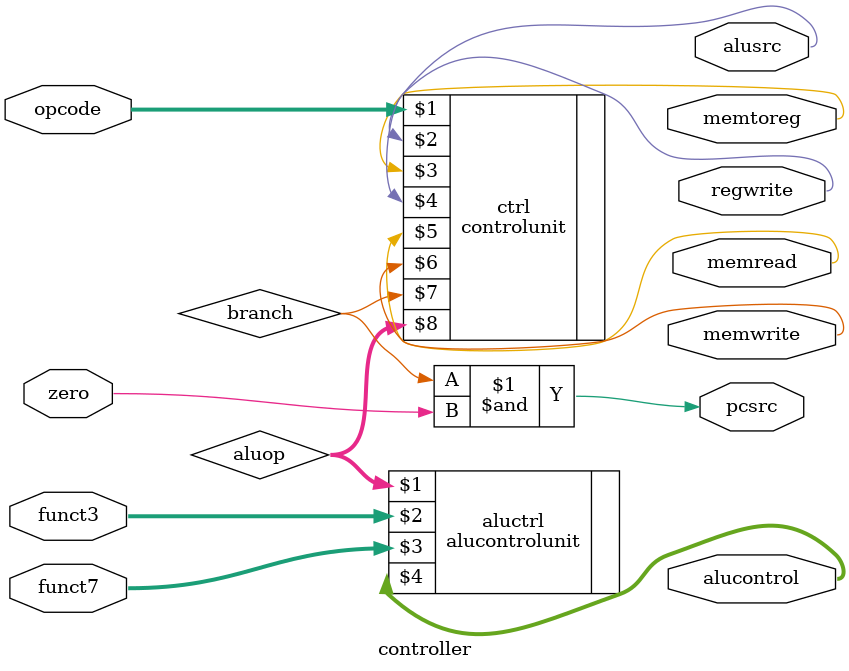
<source format=v>
`include "control.v"
`include "alucontrol.v"

module controller (input [6:0] opcode,
                   input [2:0] funct3,
                   input [6:0] funct7,
                   input zero,
                   output memtoreg, memwrite, memread,
                   output pcsrc,
                   output alusrc, regwrite,
                   output [3:0] alucontrol);

  wire [1:0] aluop;
  wire       branch;
   
  controlunit     ctrl (opcode, alusrc, memtoreg, regwrite, memread, memwrite, branch,  aluop);
  alucontrolunit  aluctrl (aluop, funct3, funct7, alucontrol);

  assign pcsrc = branch & zero;

endmodule
</source>
